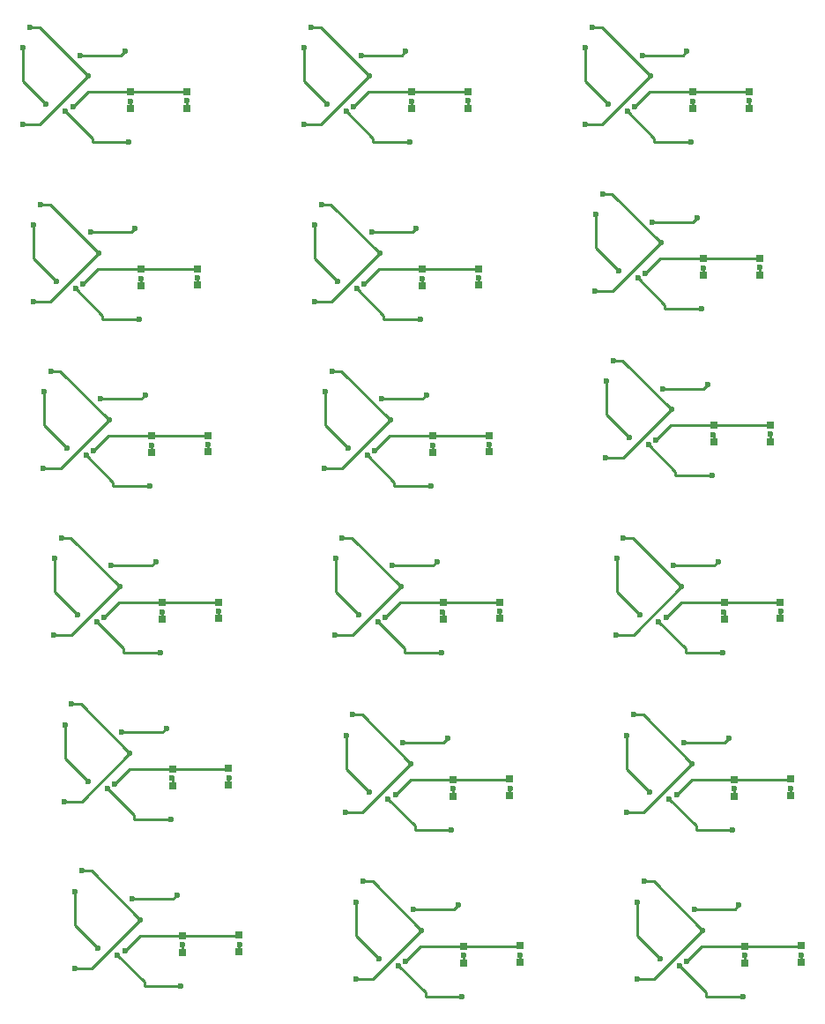
<source format=gtl>
%MOIN*%
%OFA0B0*%
%FSLAX46Y46*%
%IPPOS*%
%LPD*%
%ADD10C,0.0039370078740157488*%
%ADD11R,0.031496062992125991X0.031496062992125991*%
%ADD12C,0.023622047244094488*%
%ADD13C,0.00984251968503937*%
%ADD24C,0.0039370078740157488*%
%ADD25R,0.031496062992125991X0.031496062992125991*%
%ADD26C,0.023622047244094488*%
%ADD27C,0.00984251968503937*%
%ADD28C,0.0039370078740157488*%
%ADD29R,0.031496062992125991X0.031496062992125991*%
%ADD30C,0.023622047244094488*%
%ADD31C,0.00984251968503937*%
%ADD32C,0.0039370078740157488*%
%ADD33R,0.031496062992125991X0.031496062992125991*%
%ADD34C,0.023622047244094488*%
%ADD35C,0.00984251968503937*%
%ADD36C,0.0039370078740157488*%
%ADD37R,0.031496062992125991X0.031496062992125991*%
%ADD38C,0.023622047244094488*%
%ADD39C,0.00984251968503937*%
%ADD40C,0.0039370078740157488*%
%ADD41R,0.031496062992125991X0.031496062992125991*%
%ADD42C,0.023622047244094488*%
%ADD43C,0.00984251968503937*%
%ADD44C,0.0039370078740157488*%
%ADD45R,0.031496062992125991X0.031496062992125991*%
%ADD46C,0.023622047244094488*%
%ADD47C,0.00984251968503937*%
%ADD48C,0.0039370078740157488*%
%ADD49R,0.031496062992125991X0.031496062992125991*%
%ADD50C,0.023622047244094488*%
%ADD51C,0.00984251968503937*%
%ADD52C,0.0039370078740157488*%
%ADD53R,0.031496062992125991X0.031496062992125991*%
%ADD54C,0.023622047244094488*%
%ADD55C,0.00984251968503937*%
%ADD56C,0.0039370078740157488*%
%ADD57R,0.031496062992125991X0.031496062992125991*%
%ADD58C,0.023622047244094488*%
%ADD59C,0.00984251968503937*%
%ADD60C,0.0039370078740157488*%
%ADD61R,0.031496062992125991X0.031496062992125991*%
%ADD62C,0.023622047244094488*%
%ADD63C,0.00984251968503937*%
%ADD64C,0.0039370078740157488*%
%ADD65R,0.031496062992125991X0.031496062992125991*%
%ADD66C,0.023622047244094488*%
%ADD67C,0.00984251968503937*%
%ADD68C,0.0039370078740157488*%
%ADD69R,0.031496062992125991X0.031496062992125991*%
%ADD70C,0.023622047244094488*%
%ADD71C,0.00984251968503937*%
%ADD72C,0.0039370078740157488*%
%ADD73R,0.031496062992125991X0.031496062992125991*%
%ADD74C,0.023622047244094488*%
%ADD75C,0.00984251968503937*%
%ADD76C,0.0039370078740157488*%
%ADD77R,0.031496062992125991X0.031496062992125991*%
%ADD78C,0.023622047244094488*%
%ADD79C,0.00984251968503937*%
%ADD80C,0.0039370078740157488*%
%ADD81R,0.031496062992125991X0.031496062992125991*%
%ADD82C,0.023622047244094488*%
%ADD83C,0.00984251968503937*%
%ADD84C,0.0039370078740157488*%
%ADD85R,0.031496062992125991X0.031496062992125991*%
%ADD86C,0.023622047244094488*%
%ADD87C,0.00984251968503937*%
%ADD88C,0.0039370078740157488*%
%ADD89R,0.031496062992125991X0.031496062992125991*%
%ADD90C,0.023622047244094488*%
%ADD91C,0.00984251968503937*%
G01G01*
D10*
D11*
X0000196850Y0003070866D02*
X0000996742Y0002851022D03*
X0000996742Y0002788029D03*
X0000783750Y0002849762D03*
X0000783750Y0002786770D03*
D12*
X0000592018Y0002988029D03*
X0000761309Y0003003777D03*
X0000564459Y0002793148D03*
X0000782962Y0002814329D03*
X0000997529Y0002815588D03*
X0000403041Y0003094329D03*
X0000375482Y0002726218D03*
X0000623514Y0002909289D03*
X0000536900Y0002775431D03*
X0000777057Y0002659289D03*
X0000464065Y0002802990D03*
X0000377451Y0003015588D03*
D13*
X0000761309Y0003003777D02*
X0000745561Y0002988029D01*
X0000745561Y0002988029D02*
X0000592018Y0002988029D01*
X0000564459Y0002793148D02*
X0000621073Y0002849762D01*
X0000621073Y0002849762D02*
X0000783750Y0002849762D01*
X0000783750Y0002849762D02*
X0000995482Y0002849762D01*
X0000995482Y0002849762D02*
X0000996742Y0002851022D01*
X0000782254Y0002848266D02*
X0000783750Y0002849762D01*
X0000783750Y0002786770D02*
X0000783750Y0002813541D01*
X0000783750Y0002813541D02*
X0000782962Y0002814329D01*
X0000996742Y0002788029D02*
X0000996742Y0002814801D01*
X0000996742Y0002814801D02*
X0000997529Y0002815588D01*
X0000782962Y0002785982D02*
X0000783750Y0002786770D01*
X0000403041Y0003094329D02*
X0000438474Y0003094329D01*
X0000438474Y0003094329D02*
X0000623514Y0002909289D01*
X0000623514Y0002909289D02*
X0000440443Y0002726218D01*
X0000440443Y0002726218D02*
X0000375482Y0002726218D01*
X0000536900Y0002775431D02*
X0000637884Y0002674447D01*
X0000637884Y0002674447D02*
X0000637884Y0002659289D01*
X0000637884Y0002659289D02*
X0000777057Y0002659289D01*
X0000377451Y0003015588D02*
X0000377451Y0002889604D01*
X0000377451Y0002889604D02*
X0000464065Y0002802990D01*
G04 next file*
G04 #@! TF.FileFunction,Copper,L1,Top,Signal*
G04 Gerber Fmt 4.6, Leading zero omitted, Abs format (unit mm)*
G04 Created by KiCad (PCBNEW 4.0.4-stable) date 08/29/17 21:10:05*
G01G01*
G04 APERTURE LIST*
G04 APERTURE END LIST*
D24*
D25*
X0000157480Y0003740157D02*
X0000957372Y0003520313D03*
X0000957372Y0003457321D03*
X0000744380Y0003519053D03*
X0000744380Y0003456061D03*
D26*
X0000552648Y0003657321D03*
X0000721939Y0003673069D03*
X0000525088Y0003462439D03*
X0000743592Y0003483620D03*
X0000958159Y0003484880D03*
X0000363671Y0003763620D03*
X0000336112Y0003395510D03*
X0000584144Y0003578581D03*
X0000497529Y0003444722D03*
X0000737687Y0003328581D03*
X0000424695Y0003472281D03*
X0000338081Y0003684880D03*
D27*
X0000721939Y0003673069D02*
X0000706191Y0003657321D01*
X0000706191Y0003657321D02*
X0000552648Y0003657321D01*
X0000525088Y0003462439D02*
X0000581703Y0003519053D01*
X0000581703Y0003519053D02*
X0000744380Y0003519053D01*
X0000744380Y0003519053D02*
X0000956112Y0003519053D01*
X0000956112Y0003519053D02*
X0000957372Y0003520313D01*
X0000742884Y0003517557D02*
X0000744380Y0003519053D01*
X0000744380Y0003456061D02*
X0000744380Y0003482832D01*
X0000744380Y0003482832D02*
X0000743592Y0003483620D01*
X0000957372Y0003457321D02*
X0000957372Y0003484092D01*
X0000957372Y0003484092D02*
X0000958159Y0003484880D01*
X0000743592Y0003455274D02*
X0000744380Y0003456061D01*
X0000363671Y0003763620D02*
X0000399104Y0003763620D01*
X0000399104Y0003763620D02*
X0000584144Y0003578581D01*
X0000584144Y0003578581D02*
X0000401073Y0003395510D01*
X0000401073Y0003395510D02*
X0000336112Y0003395510D01*
X0000497529Y0003444722D02*
X0000598514Y0003343738D01*
X0000598514Y0003343738D02*
X0000598514Y0003328581D01*
X0000598514Y0003328581D02*
X0000737687Y0003328581D01*
X0000338081Y0003684880D02*
X0000338081Y0003558896D01*
X0000338081Y0003558896D02*
X0000424695Y0003472281D01*
G04 next file*
G04 #@! TF.FileFunction,Copper,L1,Top,Signal*
G04 Gerber Fmt 4.6, Leading zero omitted, Abs format (unit mm)*
G04 Created by KiCad (PCBNEW 4.0.4-stable) date 08/29/17 21:10:05*
G01G01*
G04 APERTURE LIST*
G04 APERTURE END LIST*
D28*
D29*
X0000236220Y0002440944D02*
X0001036112Y0002221100D03*
X0001036112Y0002158108D03*
X0000823120Y0002219840D03*
X0000823120Y0002156848D03*
D30*
X0000631388Y0002358108D03*
X0000800679Y0002373856D03*
X0000603829Y0002163226D03*
X0000822333Y0002184407D03*
X0001036900Y0002185667D03*
X0000442411Y0002464407D03*
X0000414852Y0002096297D03*
X0000662884Y0002279368D03*
X0000576270Y0002145510D03*
X0000816427Y0002029368D03*
X0000503435Y0002173069D03*
X0000416821Y0002385667D03*
D31*
X0000800679Y0002373856D02*
X0000784931Y0002358108D01*
X0000784931Y0002358108D02*
X0000631388Y0002358108D01*
X0000603829Y0002163226D02*
X0000660443Y0002219840D01*
X0000660443Y0002219840D02*
X0000823120Y0002219840D01*
X0000823120Y0002219840D02*
X0001034852Y0002219840D01*
X0001034852Y0002219840D02*
X0001036112Y0002221100D01*
X0000821624Y0002218344D02*
X0000823120Y0002219840D01*
X0000823120Y0002156848D02*
X0000823120Y0002183620D01*
X0000823120Y0002183620D02*
X0000822333Y0002184407D01*
X0001036112Y0002158108D02*
X0001036112Y0002184880D01*
X0001036112Y0002184880D02*
X0001036900Y0002185667D01*
X0000822333Y0002156061D02*
X0000823120Y0002156848D01*
X0000442411Y0002464407D02*
X0000477844Y0002464407D01*
X0000477844Y0002464407D02*
X0000662884Y0002279368D01*
X0000662884Y0002279368D02*
X0000479813Y0002096297D01*
X0000479813Y0002096297D02*
X0000414852Y0002096297D01*
X0000576270Y0002145510D02*
X0000677254Y0002044525D01*
X0000677254Y0002044525D02*
X0000677254Y0002029368D01*
X0000677254Y0002029368D02*
X0000816427Y0002029368D01*
X0000416821Y0002385667D02*
X0000416821Y0002259683D01*
X0000416821Y0002259683D02*
X0000503435Y0002173069D01*
G04 next file*
G04 #@! TF.FileFunction,Copper,L1,Top,Signal*
G04 Gerber Fmt 4.6, Leading zero omitted, Abs format (unit mm)*
G04 Created by KiCad (PCBNEW 4.0.4-stable) date 08/29/17 21:10:05*
G01G01*
G04 APERTURE LIST*
G04 APERTURE END LIST*
D32*
D33*
X0000275590Y0001811023D02*
X0001075482Y0001591179D03*
X0001075482Y0001528187D03*
X0000862490Y0001589919D03*
X0000862490Y0001526927D03*
D34*
X0000670758Y0001728187D03*
X0000840049Y0001743935D03*
X0000643199Y0001533305D03*
X0000861703Y0001554486D03*
X0001076270Y0001555746D03*
X0000481781Y0001834486D03*
X0000454222Y0001466376D03*
X0000702254Y0001649447D03*
X0000615640Y0001515588D03*
X0000855797Y0001399447D03*
X0000542805Y0001543148D03*
X0000456191Y0001755746D03*
D35*
X0000840049Y0001743935D02*
X0000824301Y0001728187D01*
X0000824301Y0001728187D02*
X0000670758Y0001728187D01*
X0000643199Y0001533305D02*
X0000699813Y0001589919D01*
X0000699813Y0001589919D02*
X0000862490Y0001589919D01*
X0000862490Y0001589919D02*
X0001074222Y0001589919D01*
X0001074222Y0001589919D02*
X0001075482Y0001591179D01*
X0000860994Y0001588423D02*
X0000862490Y0001589919D01*
X0000862490Y0001526927D02*
X0000862490Y0001553699D01*
X0000862490Y0001553699D02*
X0000861703Y0001554486D01*
X0001075482Y0001528187D02*
X0001075482Y0001554958D01*
X0001075482Y0001554958D02*
X0001076270Y0001555746D01*
X0000861703Y0001526140D02*
X0000862490Y0001526927D01*
X0000481781Y0001834486D02*
X0000517214Y0001834486D01*
X0000517214Y0001834486D02*
X0000702254Y0001649447D01*
X0000702254Y0001649447D02*
X0000519183Y0001466376D01*
X0000519183Y0001466376D02*
X0000454222Y0001466376D01*
X0000615640Y0001515588D02*
X0000716624Y0001414604D01*
X0000716624Y0001414604D02*
X0000716624Y0001399447D01*
X0000716624Y0001399447D02*
X0000855797Y0001399447D01*
X0000456191Y0001755746D02*
X0000456191Y0001629762D01*
X0000456191Y0001629762D02*
X0000542805Y0001543148D01*
G04 next file*
G04 #@! TF.FileFunction,Copper,L1,Top,Signal*
G04 Gerber Fmt 4.6, Leading zero omitted, Abs format (unit mm)*
G04 Created by KiCad (PCBNEW 4.0.4-stable) date 08/29/17 21:10:05*
G01G01*
G04 APERTURE LIST*
G04 APERTURE END LIST*
D36*
D37*
X0000314960Y0001181102D02*
X0001114852Y0000961258D03*
X0001114852Y0000898266D03*
X0000901860Y0000959998D03*
X0000901860Y0000897006D03*
D38*
X0000710128Y0001098266D03*
X0000879419Y0001114014D03*
X0000682569Y0000903384D03*
X0000901073Y0000924565D03*
X0001115640Y0000925825D03*
X0000521151Y0001204565D03*
X0000493592Y0000836455D03*
X0000741624Y0001019525D03*
X0000655010Y0000885667D03*
X0000895167Y0000769525D03*
X0000582175Y0000913226D03*
X0000495561Y0001125825D03*
D39*
X0000879419Y0001114014D02*
X0000863671Y0001098266D01*
X0000863671Y0001098266D02*
X0000710128Y0001098266D01*
X0000682569Y0000903384D02*
X0000739183Y0000959998D01*
X0000739183Y0000959998D02*
X0000901860Y0000959998D01*
X0000901860Y0000959998D02*
X0001113592Y0000959998D01*
X0001113592Y0000959998D02*
X0001114852Y0000961258D01*
X0000900364Y0000958502D02*
X0000901860Y0000959998D01*
X0000901860Y0000897006D02*
X0000901860Y0000923777D01*
X0000901860Y0000923777D02*
X0000901073Y0000924565D01*
X0001114852Y0000898266D02*
X0001114852Y0000925037D01*
X0001114852Y0000925037D02*
X0001115640Y0000925825D01*
X0000901073Y0000896218D02*
X0000901860Y0000897006D01*
X0000521151Y0001204565D02*
X0000556585Y0001204565D01*
X0000556585Y0001204565D02*
X0000741624Y0001019525D01*
X0000741624Y0001019525D02*
X0000558553Y0000836455D01*
X0000558553Y0000836455D02*
X0000493592Y0000836455D01*
X0000655010Y0000885667D02*
X0000755994Y0000784683D01*
X0000755994Y0000784683D02*
X0000755994Y0000769525D01*
X0000755994Y0000769525D02*
X0000895167Y0000769525D01*
X0000495561Y0001125825D02*
X0000495561Y0000999840D01*
X0000495561Y0000999840D02*
X0000582175Y0000913226D01*
G04 next file*
G04 #@! TF.FileFunction,Copper,L1,Top,Signal*
G04 Gerber Fmt 4.6, Leading zero omitted, Abs format (unit mm)*
G04 Created by KiCad (PCBNEW 4.0.4-stable) date 08/29/17 21:10:05*
G01G01*
G04 APERTURE LIST*
G04 APERTURE END LIST*
D40*
D41*
X0000354330Y0000551181D02*
X0001154222Y0000331337D03*
X0001154222Y0000268344D03*
X0000941230Y0000330077D03*
X0000941230Y0000267085D03*
D42*
X0000749498Y0000468344D03*
X0000918789Y0000484092D03*
X0000721939Y0000273462D03*
X0000940443Y0000294644D03*
X0001155010Y0000295903D03*
X0000560522Y0000574644D03*
X0000532962Y0000206533D03*
X0000780994Y0000389604D03*
X0000694380Y0000255746D03*
X0000934537Y0000139604D03*
X0000621545Y0000283305D03*
X0000534931Y0000495903D03*
D43*
X0000918789Y0000484092D02*
X0000903041Y0000468344D01*
X0000903041Y0000468344D02*
X0000749498Y0000468344D01*
X0000721939Y0000273462D02*
X0000778553Y0000330077D01*
X0000778553Y0000330077D02*
X0000941230Y0000330077D01*
X0000941230Y0000330077D02*
X0001152962Y0000330077D01*
X0001152962Y0000330077D02*
X0001154222Y0000331337D01*
X0000939734Y0000328581D02*
X0000941230Y0000330077D01*
X0000941230Y0000267085D02*
X0000941230Y0000293856D01*
X0000941230Y0000293856D02*
X0000940443Y0000294644D01*
X0001154222Y0000268344D02*
X0001154222Y0000295116D01*
X0001154222Y0000295116D02*
X0001155010Y0000295903D01*
X0000940443Y0000266297D02*
X0000941230Y0000267085D01*
X0000560522Y0000574644D02*
X0000595955Y0000574644D01*
X0000595955Y0000574644D02*
X0000780994Y0000389604D01*
X0000780994Y0000389604D02*
X0000597923Y0000206533D01*
X0000597923Y0000206533D02*
X0000532962Y0000206533D01*
X0000694380Y0000255746D02*
X0000795364Y0000154762D01*
X0000795364Y0000154762D02*
X0000795364Y0000139604D01*
X0000795364Y0000139604D02*
X0000934537Y0000139604D01*
X0000534931Y0000495903D02*
X0000534931Y0000369919D01*
X0000534931Y0000369919D02*
X0000621545Y0000283305D01*
G04 next file*
G04 #@! TF.FileFunction,Copper,L1,Top,Signal*
G04 Gerber Fmt 4.6, Leading zero omitted, Abs format (unit mm)*
G04 Created by KiCad (PCBNEW 4.0.4-stable) date 08/29/17 21:10:05*
G01G01*
G04 APERTURE LIST*
G04 APERTURE END LIST*
D44*
D45*
X0001220472Y0003740157D02*
X0002020364Y0003520313D03*
X0002020364Y0003457321D03*
X0001807372Y0003519053D03*
X0001807372Y0003456061D03*
D46*
X0001615640Y0003657321D03*
X0001784931Y0003673069D03*
X0001588081Y0003462439D03*
X0001806585Y0003483620D03*
X0002021151Y0003484880D03*
X0001426663Y0003763620D03*
X0001399104Y0003395510D03*
X0001647136Y0003578581D03*
X0001560522Y0003444722D03*
X0001800679Y0003328581D03*
X0001487687Y0003472281D03*
X0001401073Y0003684880D03*
D47*
X0001784931Y0003673069D02*
X0001769183Y0003657321D01*
X0001769183Y0003657321D02*
X0001615640Y0003657321D01*
X0001588081Y0003462439D02*
X0001644695Y0003519053D01*
X0001644695Y0003519053D02*
X0001807372Y0003519053D01*
X0001807372Y0003519053D02*
X0002019104Y0003519053D01*
X0002019104Y0003519053D02*
X0002020364Y0003520313D01*
X0001805876Y0003517557D02*
X0001807372Y0003519053D01*
X0001807372Y0003456061D02*
X0001807372Y0003482832D01*
X0001807372Y0003482832D02*
X0001806585Y0003483620D01*
X0002020364Y0003457321D02*
X0002020364Y0003484092D01*
X0002020364Y0003484092D02*
X0002021151Y0003484880D01*
X0001806585Y0003455274D02*
X0001807372Y0003456061D01*
X0001426663Y0003763620D02*
X0001462096Y0003763620D01*
X0001462096Y0003763620D02*
X0001647136Y0003578581D01*
X0001647136Y0003578581D02*
X0001464065Y0003395510D01*
X0001464065Y0003395510D02*
X0001399104Y0003395510D01*
X0001560522Y0003444722D02*
X0001661506Y0003343738D01*
X0001661506Y0003343738D02*
X0001661506Y0003328581D01*
X0001661506Y0003328581D02*
X0001800679Y0003328581D01*
X0001401073Y0003684880D02*
X0001401073Y0003558896D01*
X0001401073Y0003558896D02*
X0001487687Y0003472281D01*
G04 next file*
G04 #@! TF.FileFunction,Copper,L1,Top,Signal*
G04 Gerber Fmt 4.6, Leading zero omitted, Abs format (unit mm)*
G04 Created by KiCad (PCBNEW 4.0.4-stable) date 08/29/17 21:10:05*
G01G01*
G04 APERTURE LIST*
G04 APERTURE END LIST*
D48*
D49*
X0001338582Y0001811023D02*
X0002138474Y0001591179D03*
X0002138474Y0001528187D03*
X0001925482Y0001589919D03*
X0001925482Y0001526927D03*
D50*
X0001733750Y0001728187D03*
X0001903041Y0001743935D03*
X0001706191Y0001533305D03*
X0001924695Y0001554486D03*
X0002139262Y0001555746D03*
X0001544774Y0001834486D03*
X0001517214Y0001466376D03*
X0001765246Y0001649447D03*
X0001678632Y0001515588D03*
X0001918789Y0001399447D03*
X0001605797Y0001543148D03*
X0001519183Y0001755746D03*
D51*
X0001903041Y0001743935D02*
X0001887293Y0001728187D01*
X0001887293Y0001728187D02*
X0001733750Y0001728187D01*
X0001706191Y0001533305D02*
X0001762805Y0001589919D01*
X0001762805Y0001589919D02*
X0001925482Y0001589919D01*
X0001925482Y0001589919D02*
X0002137214Y0001589919D01*
X0002137214Y0001589919D02*
X0002138474Y0001591179D01*
X0001923986Y0001588423D02*
X0001925482Y0001589919D01*
X0001925482Y0001526927D02*
X0001925482Y0001553699D01*
X0001925482Y0001553699D02*
X0001924695Y0001554486D01*
X0002138474Y0001528187D02*
X0002138474Y0001554958D01*
X0002138474Y0001554958D02*
X0002139262Y0001555746D01*
X0001924695Y0001526140D02*
X0001925482Y0001526927D01*
X0001544774Y0001834486D02*
X0001580207Y0001834486D01*
X0001580207Y0001834486D02*
X0001765246Y0001649447D01*
X0001765246Y0001649447D02*
X0001582175Y0001466376D01*
X0001582175Y0001466376D02*
X0001517214Y0001466376D01*
X0001678632Y0001515588D02*
X0001779616Y0001414604D01*
X0001779616Y0001414604D02*
X0001779616Y0001399447D01*
X0001779616Y0001399447D02*
X0001918789Y0001399447D01*
X0001519183Y0001755746D02*
X0001519183Y0001629762D01*
X0001519183Y0001629762D02*
X0001605797Y0001543148D01*
G04 next file*
G04 #@! TF.FileFunction,Copper,L1,Top,Signal*
G04 Gerber Fmt 4.6, Leading zero omitted, Abs format (unit mm)*
G04 Created by KiCad (PCBNEW 4.0.4-stable) date 08/29/17 21:10:05*
G01G01*
G04 APERTURE LIST*
G04 APERTURE END LIST*
D52*
D53*
X0001259842Y0003070866D02*
X0002059734Y0002851022D03*
X0002059734Y0002788029D03*
X0001846742Y0002849762D03*
X0001846742Y0002786770D03*
D54*
X0001655010Y0002988029D03*
X0001824301Y0003003777D03*
X0001627451Y0002793148D03*
X0001845955Y0002814329D03*
X0002060522Y0002815588D03*
X0001466033Y0003094329D03*
X0001438474Y0002726218D03*
X0001686506Y0002909289D03*
X0001599892Y0002775431D03*
X0001840049Y0002659289D03*
X0001527057Y0002802990D03*
X0001440443Y0003015588D03*
D55*
X0001824301Y0003003777D02*
X0001808553Y0002988029D01*
X0001808553Y0002988029D02*
X0001655010Y0002988029D01*
X0001627451Y0002793148D02*
X0001684065Y0002849762D01*
X0001684065Y0002849762D02*
X0001846742Y0002849762D01*
X0001846742Y0002849762D02*
X0002058474Y0002849762D01*
X0002058474Y0002849762D02*
X0002059734Y0002851022D01*
X0001845246Y0002848266D02*
X0001846742Y0002849762D01*
X0001846742Y0002786770D02*
X0001846742Y0002813541D01*
X0001846742Y0002813541D02*
X0001845955Y0002814329D01*
X0002059734Y0002788029D02*
X0002059734Y0002814801D01*
X0002059734Y0002814801D02*
X0002060522Y0002815588D01*
X0001845955Y0002785982D02*
X0001846742Y0002786770D01*
X0001466033Y0003094329D02*
X0001501466Y0003094329D01*
X0001501466Y0003094329D02*
X0001686506Y0002909289D01*
X0001686506Y0002909289D02*
X0001503435Y0002726218D01*
X0001503435Y0002726218D02*
X0001438474Y0002726218D01*
X0001599892Y0002775431D02*
X0001700876Y0002674447D01*
X0001700876Y0002674447D02*
X0001700876Y0002659289D01*
X0001700876Y0002659289D02*
X0001840049Y0002659289D01*
X0001440443Y0003015588D02*
X0001440443Y0002889604D01*
X0001440443Y0002889604D02*
X0001527057Y0002802990D01*
G04 next file*
G04 #@! TF.FileFunction,Copper,L1,Top,Signal*
G04 Gerber Fmt 4.6, Leading zero omitted, Abs format (unit mm)*
G04 Created by KiCad (PCBNEW 4.0.4-stable) date 08/29/17 21:10:05*
G01G01*
G04 APERTURE LIST*
G04 APERTURE END LIST*
D56*
D57*
X0001299212Y0002440944D02*
X0002099104Y0002221100D03*
X0002099104Y0002158108D03*
X0001886112Y0002219840D03*
X0001886112Y0002156848D03*
D58*
X0001694380Y0002358108D03*
X0001863671Y0002373856D03*
X0001666821Y0002163226D03*
X0001885325Y0002184407D03*
X0002099892Y0002185667D03*
X0001505403Y0002464407D03*
X0001477844Y0002096297D03*
X0001725876Y0002279368D03*
X0001639262Y0002145510D03*
X0001879419Y0002029368D03*
X0001566427Y0002173069D03*
X0001479813Y0002385667D03*
D59*
X0001863671Y0002373856D02*
X0001847923Y0002358108D01*
X0001847923Y0002358108D02*
X0001694380Y0002358108D01*
X0001666821Y0002163226D02*
X0001723435Y0002219840D01*
X0001723435Y0002219840D02*
X0001886112Y0002219840D01*
X0001886112Y0002219840D02*
X0002097844Y0002219840D01*
X0002097844Y0002219840D02*
X0002099104Y0002221100D01*
X0001884616Y0002218344D02*
X0001886112Y0002219840D01*
X0001886112Y0002156848D02*
X0001886112Y0002183620D01*
X0001886112Y0002183620D02*
X0001885325Y0002184407D01*
X0002099104Y0002158108D02*
X0002099104Y0002184880D01*
X0002099104Y0002184880D02*
X0002099892Y0002185667D01*
X0001885325Y0002156061D02*
X0001886112Y0002156848D01*
X0001505403Y0002464407D02*
X0001540837Y0002464407D01*
X0001540837Y0002464407D02*
X0001725876Y0002279368D01*
X0001725876Y0002279368D02*
X0001542805Y0002096297D01*
X0001542805Y0002096297D02*
X0001477844Y0002096297D01*
X0001639262Y0002145510D02*
X0001740246Y0002044525D01*
X0001740246Y0002044525D02*
X0001740246Y0002029368D01*
X0001740246Y0002029368D02*
X0001879419Y0002029368D01*
X0001479813Y0002385667D02*
X0001479813Y0002259683D01*
X0001479813Y0002259683D02*
X0001566427Y0002173069D01*
G04 next file*
G04 #@! TF.FileFunction,Copper,L1,Top,Signal*
G04 Gerber Fmt 4.6, Leading zero omitted, Abs format (unit mm)*
G04 Created by KiCad (PCBNEW 4.0.4-stable) date 08/29/17 21:10:05*
G01G01*
G04 APERTURE LIST*
G04 APERTURE END LIST*
D60*
D61*
X0001377952Y0001141732D02*
X0002177844Y0000921888D03*
X0002177844Y0000858896D03*
X0001964852Y0000920628D03*
X0001964852Y0000857636D03*
D62*
X0001773120Y0001058896D03*
X0001942411Y0001074644D03*
X0001745561Y0000864014D03*
X0001964065Y0000885195D03*
X0002178632Y0000886455D03*
X0001584144Y0001165195D03*
X0001556585Y0000797085D03*
X0001804616Y0000980155D03*
X0001718002Y0000846297D03*
X0001958159Y0000730155D03*
X0001645167Y0000873856D03*
X0001558553Y0001086455D03*
D63*
X0001942411Y0001074644D02*
X0001926663Y0001058896D01*
X0001926663Y0001058896D02*
X0001773120Y0001058896D01*
X0001745561Y0000864014D02*
X0001802175Y0000920628D01*
X0001802175Y0000920628D02*
X0001964852Y0000920628D01*
X0001964852Y0000920628D02*
X0002176585Y0000920628D01*
X0002176585Y0000920628D02*
X0002177844Y0000921888D01*
X0001963356Y0000919132D02*
X0001964852Y0000920628D01*
X0001964852Y0000857636D02*
X0001964852Y0000884407D01*
X0001964852Y0000884407D02*
X0001964065Y0000885195D01*
X0002177844Y0000858896D02*
X0002177844Y0000885667D01*
X0002177844Y0000885667D02*
X0002178632Y0000886455D01*
X0001964065Y0000856848D02*
X0001964852Y0000857636D01*
X0001584144Y0001165195D02*
X0001619577Y0001165195D01*
X0001619577Y0001165195D02*
X0001804616Y0000980155D01*
X0001804616Y0000980155D02*
X0001621545Y0000797085D01*
X0001621545Y0000797085D02*
X0001556585Y0000797085D01*
X0001718002Y0000846297D02*
X0001818986Y0000745313D01*
X0001818986Y0000745313D02*
X0001818986Y0000730155D01*
X0001818986Y0000730155D02*
X0001958159Y0000730155D01*
X0001558553Y0001086455D02*
X0001558553Y0000960470D01*
X0001558553Y0000960470D02*
X0001645167Y0000873856D01*
G04 next file*
G04 #@! TF.FileFunction,Copper,L1,Top,Signal*
G04 Gerber Fmt 4.6, Leading zero omitted, Abs format (unit mm)*
G04 Created by KiCad (PCBNEW 4.0.4-stable) date 08/29/17 21:10:05*
G01G01*
G04 APERTURE LIST*
G04 APERTURE END LIST*
D64*
D65*
X0001417322Y0000511811D02*
X0002217214Y0000291966D03*
X0002217214Y0000228974D03*
X0002004222Y0000290707D03*
X0002004222Y0000227714D03*
D66*
X0001812490Y0000428974D03*
X0001981781Y0000444722D03*
X0001784931Y0000234092D03*
X0002003435Y0000255273D03*
X0002218002Y0000256533D03*
X0001623514Y0000535274D03*
X0001595955Y0000167163D03*
X0001843986Y0000350234D03*
X0001757372Y0000216376D03*
X0001997529Y0000100234D03*
X0001684537Y0000243935D03*
X0001597923Y0000456533D03*
D67*
X0001981781Y0000444722D02*
X0001966033Y0000428974D01*
X0001966033Y0000428974D02*
X0001812490Y0000428974D01*
X0001784931Y0000234092D02*
X0001841545Y0000290707D01*
X0001841545Y0000290707D02*
X0002004222Y0000290707D01*
X0002004222Y0000290707D02*
X0002215955Y0000290707D01*
X0002215955Y0000290707D02*
X0002217214Y0000291966D01*
X0002002726Y0000289211D02*
X0002004222Y0000290707D01*
X0002004222Y0000227714D02*
X0002004222Y0000254486D01*
X0002004222Y0000254486D02*
X0002003435Y0000255273D01*
X0002217214Y0000228974D02*
X0002217214Y0000255746D01*
X0002217214Y0000255746D02*
X0002218002Y0000256533D01*
X0002003435Y0000226927D02*
X0002004222Y0000227714D01*
X0001623514Y0000535274D02*
X0001658947Y0000535274D01*
X0001658947Y0000535274D02*
X0001843986Y0000350234D01*
X0001843986Y0000350234D02*
X0001660915Y0000167163D01*
X0001660915Y0000167163D02*
X0001595955Y0000167163D01*
X0001757372Y0000216376D02*
X0001858356Y0000115392D01*
X0001858356Y0000115392D02*
X0001858356Y0000100234D01*
X0001858356Y0000100234D02*
X0001997529Y0000100234D01*
X0001597923Y0000456533D02*
X0001597923Y0000330549D01*
X0001597923Y0000330549D02*
X0001684537Y0000243935D01*
G04 next file*
G04 #@! TF.FileFunction,Copper,L1,Top,Signal*
G04 Gerber Fmt 4.6, Leading zero omitted, Abs format (unit mm)*
G04 Created by KiCad (PCBNEW 4.0.4-stable) date 08/29/17 21:10:05*
G01G01*
G04 APERTURE LIST*
G04 APERTURE END LIST*
D68*
D69*
X0002283464Y0003740157D02*
X0003083356Y0003520313D03*
X0003083356Y0003457321D03*
X0002870364Y0003519053D03*
X0002870364Y0003456061D03*
D70*
X0002678632Y0003657321D03*
X0002847923Y0003673069D03*
X0002651073Y0003462439D03*
X0002869577Y0003483620D03*
X0003084144Y0003484880D03*
X0002489655Y0003763620D03*
X0002462096Y0003395510D03*
X0002710128Y0003578581D03*
X0002623514Y0003444722D03*
X0002863671Y0003328581D03*
X0002550679Y0003472281D03*
X0002464065Y0003684880D03*
D71*
X0002847923Y0003673069D02*
X0002832175Y0003657321D01*
X0002832175Y0003657321D02*
X0002678632Y0003657321D01*
X0002651073Y0003462439D02*
X0002707687Y0003519053D01*
X0002707687Y0003519053D02*
X0002870364Y0003519053D01*
X0002870364Y0003519053D02*
X0003082096Y0003519053D01*
X0003082096Y0003519053D02*
X0003083356Y0003520313D01*
X0002868868Y0003517557D02*
X0002870364Y0003519053D01*
X0002870364Y0003456061D02*
X0002870364Y0003482832D01*
X0002870364Y0003482832D02*
X0002869577Y0003483620D01*
X0003083356Y0003457321D02*
X0003083356Y0003484092D01*
X0003083356Y0003484092D02*
X0003084144Y0003484880D01*
X0002869577Y0003455274D02*
X0002870364Y0003456061D01*
X0002489655Y0003763620D02*
X0002525088Y0003763620D01*
X0002525088Y0003763620D02*
X0002710128Y0003578581D01*
X0002710128Y0003578581D02*
X0002527057Y0003395510D01*
X0002527057Y0003395510D02*
X0002462096Y0003395510D01*
X0002623514Y0003444722D02*
X0002724498Y0003343738D01*
X0002724498Y0003343738D02*
X0002724498Y0003328581D01*
X0002724498Y0003328581D02*
X0002863671Y0003328581D01*
X0002464065Y0003684880D02*
X0002464065Y0003558896D01*
X0002464065Y0003558896D02*
X0002550679Y0003472281D01*
G04 next file*
G04 #@! TF.FileFunction,Copper,L1,Top,Signal*
G04 Gerber Fmt 4.6, Leading zero omitted, Abs format (unit mm)*
G04 Created by KiCad (PCBNEW 4.0.4-stable) date 08/29/17 21:10:05*
G01G01*
G04 APERTURE LIST*
G04 APERTURE END LIST*
D72*
D73*
X0002322834Y0003110236D02*
X0003122726Y0002890392D03*
X0003122726Y0002827400D03*
X0002909734Y0002889132D03*
X0002909734Y0002826140D03*
D74*
X0002718002Y0003027400D03*
X0002887293Y0003043148D03*
X0002690443Y0002832518D03*
X0002908947Y0002853699D03*
X0003123514Y0002854958D03*
X0002529025Y0003133699D03*
X0002501466Y0002765588D03*
X0002749498Y0002948659D03*
X0002662884Y0002814801D03*
X0002903041Y0002698659D03*
X0002590049Y0002842360D03*
X0002503435Y0003054959D03*
D75*
X0002887293Y0003043148D02*
X0002871545Y0003027400D01*
X0002871545Y0003027400D02*
X0002718002Y0003027400D01*
X0002690443Y0002832518D02*
X0002747057Y0002889132D01*
X0002747057Y0002889132D02*
X0002909734Y0002889132D01*
X0002909734Y0002889132D02*
X0003121466Y0002889132D01*
X0003121466Y0002889132D02*
X0003122726Y0002890392D01*
X0002908238Y0002887636D02*
X0002909734Y0002889132D01*
X0002909734Y0002826140D02*
X0002909734Y0002852911D01*
X0002909734Y0002852911D02*
X0002908947Y0002853699D01*
X0003122726Y0002827400D02*
X0003122726Y0002854171D01*
X0003122726Y0002854171D02*
X0003123514Y0002854958D01*
X0002908947Y0002825352D02*
X0002909734Y0002826140D01*
X0002529025Y0003133699D02*
X0002564459Y0003133699D01*
X0002564459Y0003133699D02*
X0002749498Y0002948659D01*
X0002749498Y0002948659D02*
X0002566427Y0002765588D01*
X0002566427Y0002765588D02*
X0002501466Y0002765588D01*
X0002662884Y0002814801D02*
X0002763868Y0002713817D01*
X0002763868Y0002713817D02*
X0002763868Y0002698659D01*
X0002763868Y0002698659D02*
X0002903041Y0002698659D01*
X0002503435Y0003054959D02*
X0002503435Y0002928974D01*
X0002503435Y0002928974D02*
X0002590049Y0002842360D01*
G04 next file*
G04 #@! TF.FileFunction,Copper,L1,Top,Signal*
G04 Gerber Fmt 4.6, Leading zero omitted, Abs format (unit mm)*
G04 Created by KiCad (PCBNEW 4.0.4-stable) date 08/29/17 21:10:05*
G01G01*
G04 APERTURE LIST*
G04 APERTURE END LIST*
D76*
D77*
X0002362204Y0002480314D02*
X0003162096Y0002260470D03*
X0003162096Y0002197478D03*
X0002949104Y0002259211D03*
X0002949104Y0002196218D03*
D78*
X0002757372Y0002397478D03*
X0002926663Y0002413226D03*
X0002729813Y0002202596D03*
X0002948317Y0002223777D03*
X0003162884Y0002225037D03*
X0002568396Y0002503777D03*
X0002540837Y0002135667D03*
X0002788868Y0002318738D03*
X0002702254Y0002184880D03*
X0002942411Y0002068738D03*
X0002629419Y0002212439D03*
X0002542805Y0002425037D03*
D79*
X0002926663Y0002413226D02*
X0002910915Y0002397478D01*
X0002910915Y0002397478D02*
X0002757372Y0002397478D01*
X0002729813Y0002202596D02*
X0002786427Y0002259211D01*
X0002786427Y0002259211D02*
X0002949104Y0002259211D01*
X0002949104Y0002259211D02*
X0003160837Y0002259211D01*
X0003160837Y0002259211D02*
X0003162096Y0002260470D01*
X0002947608Y0002257714D02*
X0002949104Y0002259211D01*
X0002949104Y0002196218D02*
X0002949104Y0002222990D01*
X0002949104Y0002222990D02*
X0002948317Y0002223777D01*
X0003162096Y0002197478D02*
X0003162096Y0002224250D01*
X0003162096Y0002224250D02*
X0003162884Y0002225037D01*
X0002948317Y0002195431D02*
X0002949104Y0002196218D01*
X0002568396Y0002503777D02*
X0002603829Y0002503777D01*
X0002603829Y0002503777D02*
X0002788868Y0002318738D01*
X0002788868Y0002318738D02*
X0002605797Y0002135667D01*
X0002605797Y0002135667D02*
X0002540837Y0002135667D01*
X0002702254Y0002184880D02*
X0002803238Y0002083896D01*
X0002803238Y0002083896D02*
X0002803238Y0002068738D01*
X0002803238Y0002068738D02*
X0002942411Y0002068738D01*
X0002542805Y0002425037D02*
X0002542805Y0002299053D01*
X0002542805Y0002299053D02*
X0002629419Y0002212439D01*
G04 next file*
G04 #@! TF.FileFunction,Copper,L1,Top,Signal*
G04 Gerber Fmt 4.6, Leading zero omitted, Abs format (unit mm)*
G04 Created by KiCad (PCBNEW 4.0.4-stable) date 08/29/17 21:10:05*
G01G01*
G04 APERTURE LIST*
G04 APERTURE END LIST*
D80*
D81*
X0002401574Y0001811023D02*
X0003201466Y0001591179D03*
X0003201466Y0001528187D03*
X0002988474Y0001589919D03*
X0002988474Y0001526927D03*
D82*
X0002796742Y0001728187D03*
X0002966033Y0001743935D03*
X0002769183Y0001533305D03*
X0002987687Y0001554486D03*
X0003202254Y0001555746D03*
X0002607766Y0001834486D03*
X0002580207Y0001466376D03*
X0002828238Y0001649447D03*
X0002741624Y0001515588D03*
X0002981781Y0001399447D03*
X0002668789Y0001543148D03*
X0002582175Y0001755746D03*
D83*
X0002966033Y0001743935D02*
X0002950285Y0001728187D01*
X0002950285Y0001728187D02*
X0002796742Y0001728187D01*
X0002769183Y0001533305D02*
X0002825797Y0001589919D01*
X0002825797Y0001589919D02*
X0002988474Y0001589919D01*
X0002988474Y0001589919D02*
X0003200207Y0001589919D01*
X0003200207Y0001589919D02*
X0003201466Y0001591179D01*
X0002986978Y0001588423D02*
X0002988474Y0001589919D01*
X0002988474Y0001526927D02*
X0002988474Y0001553699D01*
X0002988474Y0001553699D02*
X0002987687Y0001554486D01*
X0003201466Y0001528187D02*
X0003201466Y0001554958D01*
X0003201466Y0001554958D02*
X0003202254Y0001555746D01*
X0002987687Y0001526140D02*
X0002988474Y0001526927D01*
X0002607766Y0001834486D02*
X0002643199Y0001834486D01*
X0002643199Y0001834486D02*
X0002828238Y0001649447D01*
X0002828238Y0001649447D02*
X0002645167Y0001466376D01*
X0002645167Y0001466376D02*
X0002580207Y0001466376D01*
X0002741624Y0001515588D02*
X0002842608Y0001414604D01*
X0002842608Y0001414604D02*
X0002842608Y0001399447D01*
X0002842608Y0001399447D02*
X0002981781Y0001399447D01*
X0002582175Y0001755746D02*
X0002582175Y0001629762D01*
X0002582175Y0001629762D02*
X0002668789Y0001543148D01*
G04 next file*
G04 #@! TF.FileFunction,Copper,L1,Top,Signal*
G04 Gerber Fmt 4.6, Leading zero omitted, Abs format (unit mm)*
G04 Created by KiCad (PCBNEW 4.0.4-stable) date 08/29/17 21:10:05*
G01G01*
G04 APERTURE LIST*
G04 APERTURE END LIST*
D84*
D85*
X0002440944Y0001141732D02*
X0003240837Y0000921888D03*
X0003240837Y0000858896D03*
X0003027844Y0000920628D03*
X0003027844Y0000857636D03*
D86*
X0002836112Y0001058896D03*
X0003005403Y0001074644D03*
X0002808553Y0000864014D03*
X0003027057Y0000885195D03*
X0003241624Y0000886455D03*
X0002647136Y0001165195D03*
X0002619577Y0000797085D03*
X0002867608Y0000980155D03*
X0002780994Y0000846297D03*
X0003021151Y0000730155D03*
X0002708159Y0000873856D03*
X0002621545Y0001086455D03*
D87*
X0003005403Y0001074644D02*
X0002989655Y0001058896D01*
X0002989655Y0001058896D02*
X0002836112Y0001058896D01*
X0002808553Y0000864014D02*
X0002865167Y0000920628D01*
X0002865167Y0000920628D02*
X0003027844Y0000920628D01*
X0003027844Y0000920628D02*
X0003239577Y0000920628D01*
X0003239577Y0000920628D02*
X0003240837Y0000921888D01*
X0003026348Y0000919132D02*
X0003027844Y0000920628D01*
X0003027844Y0000857636D02*
X0003027844Y0000884407D01*
X0003027844Y0000884407D02*
X0003027057Y0000885195D01*
X0003240837Y0000858896D02*
X0003240837Y0000885667D01*
X0003240837Y0000885667D02*
X0003241624Y0000886455D01*
X0003027057Y0000856848D02*
X0003027844Y0000857636D01*
X0002647136Y0001165195D02*
X0002682569Y0001165195D01*
X0002682569Y0001165195D02*
X0002867608Y0000980155D01*
X0002867608Y0000980155D02*
X0002684537Y0000797085D01*
X0002684537Y0000797085D02*
X0002619577Y0000797085D01*
X0002780994Y0000846297D02*
X0002881978Y0000745313D01*
X0002881978Y0000745313D02*
X0002881978Y0000730155D01*
X0002881978Y0000730155D02*
X0003021151Y0000730155D01*
X0002621545Y0001086455D02*
X0002621545Y0000960470D01*
X0002621545Y0000960470D02*
X0002708159Y0000873856D01*
G04 next file*
G04 #@! TF.FileFunction,Copper,L1,Top,Signal*
G04 Gerber Fmt 4.6, Leading zero omitted, Abs format (unit mm)*
G04 Created by KiCad (PCBNEW 4.0.4-stable) date 08/29/17 21:10:05*
G01G01*
G04 APERTURE LIST*
G04 APERTURE END LIST*
D88*
D89*
X0002480314Y0000511811D02*
X0003280207Y0000291966D03*
X0003280207Y0000228974D03*
X0003067214Y0000290707D03*
X0003067214Y0000227714D03*
D90*
X0002875482Y0000428974D03*
X0003044774Y0000444722D03*
X0002847923Y0000234092D03*
X0003066427Y0000255273D03*
X0003280994Y0000256533D03*
X0002686506Y0000535274D03*
X0002658947Y0000167163D03*
X0002906978Y0000350234D03*
X0002820364Y0000216376D03*
X0003060522Y0000100234D03*
X0002747529Y0000243935D03*
X0002660915Y0000456533D03*
D91*
X0003044774Y0000444722D02*
X0003029025Y0000428974D01*
X0003029025Y0000428974D02*
X0002875482Y0000428974D01*
X0002847923Y0000234092D02*
X0002904537Y0000290707D01*
X0002904537Y0000290707D02*
X0003067214Y0000290707D01*
X0003067214Y0000290707D02*
X0003278947Y0000290707D01*
X0003278947Y0000290707D02*
X0003280207Y0000291966D01*
X0003065718Y0000289211D02*
X0003067214Y0000290707D01*
X0003067214Y0000227714D02*
X0003067214Y0000254486D01*
X0003067214Y0000254486D02*
X0003066427Y0000255273D01*
X0003280207Y0000228974D02*
X0003280207Y0000255746D01*
X0003280207Y0000255746D02*
X0003280994Y0000256533D01*
X0003066427Y0000226927D02*
X0003067214Y0000227714D01*
X0002686506Y0000535274D02*
X0002721939Y0000535274D01*
X0002721939Y0000535274D02*
X0002906978Y0000350234D01*
X0002906978Y0000350234D02*
X0002723907Y0000167163D01*
X0002723907Y0000167163D02*
X0002658947Y0000167163D01*
X0002820364Y0000216376D02*
X0002921348Y0000115392D01*
X0002921348Y0000115392D02*
X0002921348Y0000100234D01*
X0002921348Y0000100234D02*
X0003060522Y0000100234D01*
X0002660915Y0000456533D02*
X0002660915Y0000330549D01*
X0002660915Y0000330549D02*
X0002747529Y0000243935D01*
M02*
</source>
